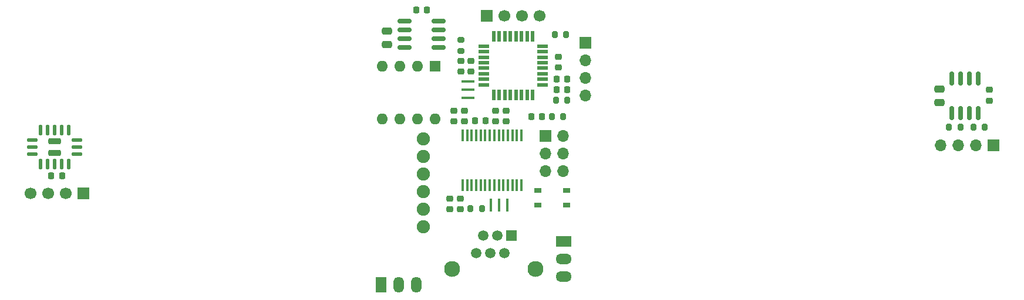
<source format=gts>
G04 #@! TF.GenerationSoftware,KiCad,Pcbnew,9.0.2*
G04 #@! TF.CreationDate,2025-11-17T19:55:37+09:00*
G04 #@! TF.ProjectId,PitoBoard2026,5069746f-426f-4617-9264-323032362e6b,rev?*
G04 #@! TF.SameCoordinates,Original*
G04 #@! TF.FileFunction,Soldermask,Top*
G04 #@! TF.FilePolarity,Negative*
%FSLAX46Y46*%
G04 Gerber Fmt 4.6, Leading zero omitted, Abs format (unit mm)*
G04 Created by KiCad (PCBNEW 9.0.2) date 2025-11-17 19:55:37*
%MOMM*%
%LPD*%
G01*
G04 APERTURE LIST*
G04 Aperture macros list*
%AMRoundRect*
0 Rectangle with rounded corners*
0 $1 Rounding radius*
0 $2 $3 $4 $5 $6 $7 $8 $9 X,Y pos of 4 corners*
0 Add a 4 corners polygon primitive as box body*
4,1,4,$2,$3,$4,$5,$6,$7,$8,$9,$2,$3,0*
0 Add four circle primitives for the rounded corners*
1,1,$1+$1,$2,$3*
1,1,$1+$1,$4,$5*
1,1,$1+$1,$6,$7*
1,1,$1+$1,$8,$9*
0 Add four rect primitives between the rounded corners*
20,1,$1+$1,$2,$3,$4,$5,0*
20,1,$1+$1,$4,$5,$6,$7,0*
20,1,$1+$1,$6,$7,$8,$9,0*
20,1,$1+$1,$8,$9,$2,$3,0*%
G04 Aperture macros list end*
%ADD10RoundRect,0.250000X-0.475000X0.250000X-0.475000X-0.250000X0.475000X-0.250000X0.475000X0.250000X0*%
%ADD11R,0.400000X1.900000*%
%ADD12R,2.300000X1.500000*%
%ADD13O,2.300000X1.500000*%
%ADD14RoundRect,0.225000X0.250000X-0.225000X0.250000X0.225000X-0.250000X0.225000X-0.250000X-0.225000X0*%
%ADD15RoundRect,0.150000X-0.150000X0.825000X-0.150000X-0.825000X0.150000X-0.825000X0.150000X0.825000X0*%
%ADD16RoundRect,0.225000X0.225000X0.250000X-0.225000X0.250000X-0.225000X-0.250000X0.225000X-0.250000X0*%
%ADD17R,1.700000X1.700000*%
%ADD18O,1.700000X1.700000*%
%ADD19C,1.900000*%
%ADD20C,2.300000*%
%ADD21R,1.520000X1.520000*%
%ADD22C,1.520000*%
%ADD23RoundRect,0.200000X-0.200000X-0.275000X0.200000X-0.275000X0.200000X0.275000X-0.200000X0.275000X0*%
%ADD24RoundRect,0.218750X0.218750X0.256250X-0.218750X0.256250X-0.218750X-0.256250X0.218750X-0.256250X0*%
%ADD25R,0.450000X1.750000*%
%ADD26RoundRect,0.200000X0.200000X0.275000X-0.200000X0.275000X-0.200000X-0.275000X0.200000X-0.275000X0*%
%ADD27RoundRect,0.225000X-0.250000X0.225000X-0.250000X-0.225000X0.250000X-0.225000X0.250000X0.225000X0*%
%ADD28RoundRect,0.225000X-0.225000X-0.250000X0.225000X-0.250000X0.225000X0.250000X-0.225000X0.250000X0*%
%ADD29R,1.600000X0.550000*%
%ADD30R,0.550000X1.600000*%
%ADD31C,1.700000*%
%ADD32R,1.050000X0.650000*%
%ADD33R,1.500000X2.300000*%
%ADD34O,1.500000X2.300000*%
%ADD35C,0.000010*%
%ADD36RoundRect,0.125000X-0.625000X-0.125000X0.625000X-0.125000X0.625000X0.125000X-0.625000X0.125000X0*%
%ADD37RoundRect,0.125000X-0.125000X0.625000X-0.125000X-0.625000X0.125000X-0.625000X0.125000X0.625000X0*%
%ADD38RoundRect,0.125000X0.625000X0.125000X-0.625000X0.125000X-0.625000X-0.125000X0.625000X-0.125000X0*%
%ADD39RoundRect,0.125000X0.125000X-0.625000X0.125000X0.625000X-0.125000X0.625000X-0.125000X-0.625000X0*%
%ADD40RoundRect,0.225000X-0.675000X-0.225000X0.675000X-0.225000X0.675000X0.225000X-0.675000X0.225000X0*%
%ADD41RoundRect,0.150000X-0.825000X-0.150000X0.825000X-0.150000X0.825000X0.150000X-0.825000X0.150000X0*%
%ADD42R,1.600000X1.600000*%
%ADD43O,1.600000X1.600000*%
%ADD44R,1.900000X0.400000*%
%ADD45RoundRect,0.200000X0.275000X-0.200000X0.275000X0.200000X-0.275000X0.200000X-0.275000X-0.200000X0*%
G04 APERTURE END LIST*
D10*
X134400000Y-42450000D03*
X134400000Y-44350000D03*
D11*
X151800000Y-67600000D03*
X150600000Y-67600000D03*
X149400000Y-67600000D03*
D12*
X159892500Y-72853000D03*
D13*
X159892500Y-75393000D03*
X159892500Y-77933000D03*
D14*
X145050000Y-48275000D03*
X145050000Y-46725000D03*
D15*
X219705000Y-49325000D03*
X218435000Y-49325000D03*
X217165000Y-49325000D03*
X215895000Y-49325000D03*
X215895000Y-54275000D03*
X217165000Y-54275000D03*
X218435000Y-54275000D03*
X219705000Y-54275000D03*
D16*
X160400000Y-50900000D03*
X158850000Y-50900000D03*
D17*
X221900000Y-58900000D03*
D18*
X219360000Y-58900000D03*
X216820000Y-58900000D03*
X214280000Y-58900000D03*
D19*
X139663000Y-70690000D03*
X139663000Y-68150000D03*
X139663000Y-65610000D03*
X139663000Y-63070000D03*
X139663000Y-60530000D03*
X139663000Y-57990000D03*
D20*
X143800000Y-76800000D03*
X155800000Y-76800000D03*
D21*
X152350000Y-71960000D03*
D22*
X151330000Y-74500000D03*
X150310000Y-71960000D03*
X149290000Y-74500000D03*
X148270000Y-71960000D03*
X147250000Y-74500000D03*
D23*
X158775000Y-52400000D03*
X160425000Y-52400000D03*
D14*
X151600000Y-55475000D03*
X151600000Y-53925000D03*
X150100000Y-55475000D03*
X150100000Y-53925000D03*
D24*
X156787500Y-54800000D03*
X155212500Y-54800000D03*
D25*
X145350000Y-64700000D03*
X146000000Y-64700000D03*
X146650000Y-64700000D03*
X147300000Y-64700000D03*
X147950000Y-64700000D03*
X148600000Y-64700000D03*
X149250000Y-64700000D03*
X149900000Y-64700000D03*
X150550000Y-64700000D03*
X151200000Y-64700000D03*
X151850000Y-64700000D03*
X152500000Y-64700000D03*
X153150000Y-64700000D03*
X153800000Y-64700000D03*
X153800000Y-57500000D03*
X153150000Y-57500000D03*
X152500000Y-57500000D03*
X151850000Y-57500000D03*
X151200000Y-57500000D03*
X150550000Y-57500000D03*
X149900000Y-57500000D03*
X149250000Y-57500000D03*
X148600000Y-57500000D03*
X147950000Y-57500000D03*
X147300000Y-57500000D03*
X146650000Y-57500000D03*
X146000000Y-57500000D03*
X145350000Y-57500000D03*
D26*
X148100000Y-68100000D03*
X146450000Y-68100000D03*
D27*
X221300000Y-50925000D03*
X221300000Y-52475000D03*
D23*
X215475000Y-56300000D03*
X217125000Y-56300000D03*
D14*
X159125000Y-47675000D03*
X159125000Y-46125000D03*
D16*
X87575000Y-63300000D03*
X86025000Y-63300000D03*
D27*
X143475000Y-66625000D03*
X143475000Y-68175000D03*
D28*
X138625000Y-39400000D03*
X140175000Y-39400000D03*
D29*
X148375000Y-44600000D03*
X148375000Y-45400000D03*
X148375000Y-46200000D03*
X148375000Y-47000000D03*
X148375000Y-47800000D03*
X148375000Y-48600000D03*
X148375000Y-49400000D03*
X148375000Y-50200000D03*
D30*
X149825000Y-51650000D03*
X150625000Y-51650000D03*
X151425000Y-51650000D03*
X152225000Y-51650000D03*
X153025000Y-51650000D03*
X153825000Y-51650000D03*
X154625000Y-51650000D03*
X155425000Y-51650000D03*
D29*
X156875000Y-50200000D03*
X156875000Y-49400000D03*
X156875000Y-48600000D03*
X156875000Y-47800000D03*
X156875000Y-47000000D03*
X156875000Y-46200000D03*
X156875000Y-45400000D03*
X156875000Y-44600000D03*
D30*
X155425000Y-43150000D03*
X154625000Y-43150000D03*
X153825000Y-43150000D03*
X153025000Y-43150000D03*
X152225000Y-43150000D03*
X151425000Y-43150000D03*
X150625000Y-43150000D03*
X149825000Y-43150000D03*
D17*
X148830000Y-40200000D03*
D31*
X151370000Y-40200000D03*
X153910000Y-40200000D03*
X156450000Y-40200000D03*
D32*
X160350000Y-67575000D03*
X156200000Y-67575000D03*
X160350000Y-65425000D03*
X156200000Y-65425000D03*
D10*
X214100000Y-50850000D03*
X214100000Y-52750000D03*
D14*
X144100000Y-55475000D03*
X144100000Y-53925000D03*
X145600000Y-55475000D03*
X145600000Y-53925000D03*
D16*
X160400000Y-49400000D03*
X158850000Y-49400000D03*
D27*
X144975000Y-66625000D03*
X144975000Y-68175000D03*
D33*
X133553000Y-79107500D03*
D34*
X136093000Y-79107500D03*
X138633000Y-79107500D03*
D17*
X90610000Y-65915000D03*
D31*
X88070000Y-65915000D03*
X85530000Y-65915000D03*
X82990000Y-65915000D03*
D35*
X82850000Y-61350000D03*
X90150000Y-57050000D03*
X90150000Y-61350000D03*
D36*
X83300000Y-58200000D03*
X83300000Y-59200000D03*
X83300000Y-60200000D03*
D37*
X84500000Y-61650000D03*
X85500000Y-61650000D03*
X86500000Y-61650000D03*
X87500000Y-61650000D03*
X88500000Y-61650000D03*
D38*
X89700000Y-60200000D03*
X89700000Y-59200000D03*
X89700000Y-58200000D03*
D39*
X88500000Y-56750000D03*
X87500000Y-56750000D03*
X86500000Y-56750000D03*
X85500000Y-56750000D03*
X84500000Y-56750000D03*
D40*
X86500000Y-58350000D03*
X86500000Y-60050000D03*
D41*
X136925000Y-40995000D03*
X136925000Y-42265000D03*
X136925000Y-43535000D03*
X136925000Y-44805000D03*
X141875000Y-44805000D03*
X141875000Y-43535000D03*
X141875000Y-42265000D03*
X141875000Y-40995000D03*
D42*
X141400000Y-47500000D03*
D43*
X138860000Y-47500000D03*
X136320000Y-47500000D03*
X133780000Y-47500000D03*
X133780000Y-55120000D03*
X136320000Y-55120000D03*
X138860000Y-55120000D03*
X141400000Y-55120000D03*
D17*
X157300000Y-57575000D03*
D18*
X159840000Y-57575000D03*
X157300000Y-60115000D03*
X159840000Y-60115000D03*
X157300000Y-62655000D03*
X159840000Y-62655000D03*
D44*
X146125000Y-52100000D03*
X146125000Y-50900000D03*
X146125000Y-49700000D03*
D23*
X158175000Y-54800000D03*
X159825000Y-54800000D03*
X158625000Y-42900000D03*
X160275000Y-42900000D03*
D45*
X145050000Y-45325000D03*
X145050000Y-43675000D03*
D24*
X148662500Y-55400000D03*
X147087500Y-55400000D03*
D26*
X220625000Y-56300000D03*
X218975000Y-56300000D03*
D14*
X146525000Y-48275000D03*
X146525000Y-46725000D03*
D17*
X163025000Y-44100000D03*
D18*
X163025000Y-46640000D03*
X163025000Y-49180000D03*
X163025000Y-51720000D03*
M02*

</source>
